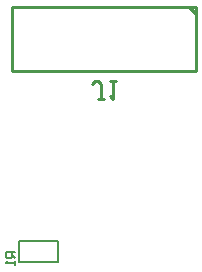
<source format=gbo>
G04 Layer_Color=32896*
%FSLAX44Y44*%
%MOMM*%
G71*
G01*
G75*
%ADD10C,0.2540*%
%ADD14C,0.1524*%
%ADD18C,0.2032*%
D10*
X427000Y1213000D02*
Y1267000D01*
X271000Y1213000D02*
X427000D01*
X271000D02*
Y1267000D01*
X427000D01*
X421000D02*
X427000Y1261000D01*
X349156Y1189765D02*
X344078D01*
X346617D01*
Y1202460D01*
X344078Y1205000D01*
X341539D01*
X339000Y1202460D01*
X354235Y1205000D02*
X359313D01*
X356774D01*
Y1189765D01*
X354235Y1192304D01*
D14*
X274000Y1060000D02*
X265874D01*
Y1055937D01*
X267229Y1054583D01*
X269937D01*
X271291Y1055937D01*
Y1060000D01*
Y1057291D02*
X274000Y1054583D01*
Y1051874D02*
Y1049166D01*
Y1050520D01*
X265874D01*
X267229Y1051874D01*
D18*
X310510Y1051110D02*
Y1068890D01*
X277490D02*
X310510D01*
X277490Y1051110D02*
Y1068890D01*
Y1051110D02*
X310510D01*
M02*

</source>
